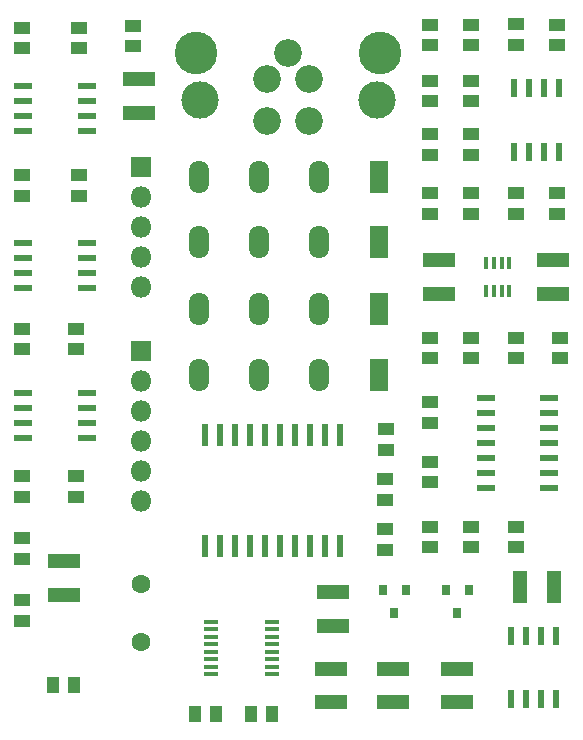
<source format=gts>
G04 #@! TF.GenerationSoftware,KiCad,Pcbnew,5.0.0-rc2+dfsg1-3*
G04 #@! TF.CreationDate,2018-07-01T23:41:37-04:00*
G04 #@! TF.ProjectId,mystatv1,6D797374617476312E6B696361645F70,1*
G04 #@! TF.SameCoordinates,Original*
G04 #@! TF.FileFunction,Soldermask,Top*
G04 #@! TF.FilePolarity,Negative*
%FSLAX46Y46*%
G04 Gerber Fmt 4.6, Leading zero omitted, Abs format (unit mm)*
G04 Created by KiCad (PCBNEW 5.0.0-rc2+dfsg1-3) date Sun Jul  1 23:41:37 2018*
%MOMM*%
%LPD*%
G01*
G04 APERTURE LIST*
%ADD10C,2.351600*%
%ADD11C,3.601600*%
%ADD12C,3.151600*%
%ADD13O,1.701600X2.801600*%
%ADD14R,1.600000X2.700000*%
%ADD15R,1.400000X1.120000*%
%ADD16R,1.220000X2.700000*%
%ADD17R,2.700000X1.220000*%
%ADD18R,1.120000X1.400000*%
%ADD19R,0.800000X0.900000*%
%ADD20O,1.801600X1.801600*%
%ADD21R,1.700000X1.700000*%
%ADD22R,0.600000X1.550000*%
%ADD23R,0.600000X1.950000*%
%ADD24R,1.550000X0.600000*%
%ADD25R,1.200000X0.400000*%
%ADD26R,1.500000X0.600000*%
%ADD27R,0.400000X1.000000*%
%ADD28C,1.601600*%
G04 APERTURE END LIST*
D10*
G04 #@! TO.C,P2*
X77750000Y-55000000D03*
D11*
X85520000Y-55000000D03*
X69980000Y-55000000D03*
D12*
X70250000Y-59000000D03*
X85250000Y-59000000D03*
D10*
X79520000Y-57230000D03*
X75980000Y-57230000D03*
X75980000Y-60770000D03*
X79520000Y-60770000D03*
G04 #@! TD*
D13*
G04 #@! TO.C,K3*
X70170000Y-82296000D03*
X75250000Y-82296000D03*
X80330000Y-82296000D03*
D14*
X85410000Y-82296000D03*
G04 #@! TD*
D15*
G04 #@! TO.C,R17*
X93250000Y-68630000D03*
X93250000Y-66870000D03*
G04 #@! TD*
D16*
G04 #@! TO.C,C1*
X97376000Y-100203000D03*
X100236000Y-100203000D03*
G04 #@! TD*
D17*
G04 #@! TO.C,C2*
X90500000Y-75430000D03*
X90500000Y-72570000D03*
G04 #@! TD*
G04 #@! TO.C,C3*
X81534000Y-100678000D03*
X81534000Y-103538000D03*
G04 #@! TD*
G04 #@! TO.C,C4*
X81407000Y-107155000D03*
X81407000Y-110015000D03*
G04 #@! TD*
G04 #@! TO.C,C5*
X86614000Y-107155000D03*
X86614000Y-110015000D03*
G04 #@! TD*
G04 #@! TO.C,C6*
X92075000Y-107155000D03*
X92075000Y-110015000D03*
G04 #@! TD*
G04 #@! TO.C,C7*
X100203000Y-72570000D03*
X100203000Y-75430000D03*
G04 #@! TD*
G04 #@! TO.C,C8*
X58750000Y-100930000D03*
X58750000Y-98070000D03*
G04 #@! TD*
D15*
G04 #@! TO.C,C9*
X59750000Y-92630000D03*
X59750000Y-90870000D03*
G04 #@! TD*
G04 #@! TO.C,C10*
X59750000Y-80130000D03*
X59750000Y-78370000D03*
G04 #@! TD*
G04 #@! TO.C,C11*
X55245000Y-92630000D03*
X55245000Y-90870000D03*
G04 #@! TD*
G04 #@! TO.C,C12*
X60000000Y-54630000D03*
X60000000Y-52870000D03*
G04 #@! TD*
G04 #@! TO.C,C13*
X60000000Y-67130000D03*
X60000000Y-65370000D03*
G04 #@! TD*
G04 #@! TO.C,C14*
X55250000Y-97880000D03*
X55250000Y-96120000D03*
G04 #@! TD*
G04 #@! TO.C,C15*
X64643000Y-54474000D03*
X64643000Y-52714000D03*
G04 #@! TD*
G04 #@! TO.C,C16*
X55250000Y-80130000D03*
X55250000Y-78370000D03*
G04 #@! TD*
D18*
G04 #@! TO.C,C17*
X57870000Y-108500000D03*
X59630000Y-108500000D03*
G04 #@! TD*
D15*
G04 #@! TO.C,C18*
X55250000Y-101370000D03*
X55250000Y-103130000D03*
G04 #@! TD*
D17*
G04 #@! TO.C,C19*
X65151000Y-60071000D03*
X65151000Y-57211000D03*
G04 #@! TD*
D18*
G04 #@! TO.C,C20*
X69870000Y-111000000D03*
X71630000Y-111000000D03*
G04 #@! TD*
G04 #@! TO.C,C21*
X76380000Y-111000000D03*
X74620000Y-111000000D03*
G04 #@! TD*
D15*
G04 #@! TO.C,C22*
X89750000Y-68630000D03*
X89750000Y-66870000D03*
G04 #@! TD*
G04 #@! TO.C,C23*
X89750000Y-96880000D03*
X89750000Y-95120000D03*
G04 #@! TD*
G04 #@! TO.C,C24*
X93250000Y-80880000D03*
X93250000Y-79120000D03*
G04 #@! TD*
G04 #@! TO.C,C25*
X97000000Y-79120000D03*
X97000000Y-80880000D03*
G04 #@! TD*
G04 #@! TO.C,C26*
X97000000Y-96880000D03*
X97000000Y-95120000D03*
G04 #@! TD*
G04 #@! TO.C,C27*
X89750000Y-91380000D03*
X89750000Y-89620000D03*
G04 #@! TD*
G04 #@! TO.C,C28*
X93250000Y-59130000D03*
X93250000Y-57370000D03*
G04 #@! TD*
G04 #@! TO.C,C29*
X100500000Y-68630000D03*
X100500000Y-66870000D03*
G04 #@! TD*
D19*
G04 #@! TO.C,D1*
X86741000Y-102473000D03*
X85791000Y-100473000D03*
X87691000Y-100473000D03*
G04 #@! TD*
G04 #@! TO.C,D2*
X92075000Y-102473000D03*
X91125000Y-100473000D03*
X93025000Y-100473000D03*
G04 #@! TD*
D13*
G04 #@! TO.C,K1*
X70170000Y-65500000D03*
X75250000Y-65500000D03*
X80330000Y-65500000D03*
D14*
X85410000Y-65500000D03*
G04 #@! TD*
D13*
G04 #@! TO.C,K2*
X70170000Y-70993000D03*
X75250000Y-70993000D03*
X80330000Y-70993000D03*
D14*
X85410000Y-70993000D03*
G04 #@! TD*
D13*
G04 #@! TO.C,K4*
X70170000Y-76708000D03*
X75250000Y-76708000D03*
X80330000Y-76708000D03*
D14*
X85410000Y-76708000D03*
G04 #@! TD*
D20*
G04 #@! TO.C,P1*
X65278000Y-74803000D03*
X65278000Y-72263000D03*
X65278000Y-69723000D03*
X65278000Y-67183000D03*
D21*
X65278000Y-64643000D03*
G04 #@! TD*
D20*
G04 #@! TO.C,P3*
X65278000Y-92964000D03*
X65278000Y-90424000D03*
X65278000Y-87884000D03*
X65278000Y-85344000D03*
X65278000Y-82804000D03*
D21*
X65278000Y-80264000D03*
G04 #@! TD*
D15*
G04 #@! TO.C,R1*
X55245000Y-67130000D03*
X55245000Y-65370000D03*
G04 #@! TD*
G04 #@! TO.C,R2*
X55250000Y-54630000D03*
X55250000Y-52870000D03*
G04 #@! TD*
G04 #@! TO.C,R3*
X89750000Y-59130000D03*
X89750000Y-57370000D03*
G04 #@! TD*
G04 #@! TO.C,R4*
X100750000Y-80880000D03*
X100750000Y-79120000D03*
G04 #@! TD*
G04 #@! TO.C,R5*
X89750000Y-80880000D03*
X89750000Y-79120000D03*
G04 #@! TD*
G04 #@! TO.C,R6*
X89750000Y-86351000D03*
X89750000Y-84591000D03*
G04 #@! TD*
G04 #@! TO.C,R7*
X89750000Y-63630000D03*
X89750000Y-61870000D03*
G04 #@! TD*
G04 #@! TO.C,R8*
X93250000Y-96880000D03*
X93250000Y-95120000D03*
G04 #@! TD*
G04 #@! TO.C,R9*
X89750000Y-54380000D03*
X89750000Y-52620000D03*
G04 #@! TD*
G04 #@! TO.C,R10*
X86000000Y-88630000D03*
X86000000Y-86870000D03*
G04 #@! TD*
G04 #@! TO.C,R11*
X85979000Y-92880000D03*
X85979000Y-91120000D03*
G04 #@! TD*
G04 #@! TO.C,R12*
X85979000Y-97130000D03*
X85979000Y-95370000D03*
G04 #@! TD*
G04 #@! TO.C,R13*
X97000000Y-54347000D03*
X97000000Y-52587000D03*
G04 #@! TD*
G04 #@! TO.C,R14*
X93218000Y-52620000D03*
X93218000Y-54380000D03*
G04 #@! TD*
G04 #@! TO.C,R15*
X93250000Y-63630000D03*
X93250000Y-61870000D03*
G04 #@! TD*
G04 #@! TO.C,R16*
X100500000Y-52620000D03*
X100500000Y-54380000D03*
G04 #@! TD*
G04 #@! TO.C,R18*
X97000000Y-68630000D03*
X97000000Y-66870000D03*
G04 #@! TD*
D22*
G04 #@! TO.C,U1*
X96647000Y-104361000D03*
X97917000Y-104361000D03*
X99187000Y-104361000D03*
X100457000Y-104361000D03*
X100457000Y-109761000D03*
X99187000Y-109761000D03*
X97917000Y-109761000D03*
X96647000Y-109761000D03*
G04 #@! TD*
D23*
G04 #@! TO.C,U2*
X82169000Y-96775000D03*
X80899000Y-96775000D03*
X79629000Y-96775000D03*
X78359000Y-96775000D03*
X77089000Y-96775000D03*
X75819000Y-96775000D03*
X74549000Y-96775000D03*
X73279000Y-96775000D03*
X72009000Y-96775000D03*
X70739000Y-96775000D03*
X70739000Y-87375000D03*
X72009000Y-87375000D03*
X73279000Y-87375000D03*
X74549000Y-87375000D03*
X75819000Y-87375000D03*
X77089000Y-87375000D03*
X78359000Y-87375000D03*
X79629000Y-87375000D03*
X80899000Y-87375000D03*
X82169000Y-87375000D03*
G04 #@! TD*
D24*
G04 #@! TO.C,U3*
X60700000Y-83845000D03*
X60700000Y-85115000D03*
X60700000Y-86385000D03*
X60700000Y-87655000D03*
X55300000Y-87655000D03*
X55300000Y-86385000D03*
X55300000Y-85115000D03*
X55300000Y-83845000D03*
G04 #@! TD*
G04 #@! TO.C,U4*
X60700000Y-71095000D03*
X60700000Y-72365000D03*
X60700000Y-73635000D03*
X60700000Y-74905000D03*
X55300000Y-74905000D03*
X55300000Y-73635000D03*
X55300000Y-72365000D03*
X55300000Y-71095000D03*
G04 #@! TD*
G04 #@! TO.C,U5*
X60700000Y-57845000D03*
X60700000Y-59115000D03*
X60700000Y-60385000D03*
X60700000Y-61655000D03*
X55300000Y-61655000D03*
X55300000Y-60385000D03*
X55300000Y-59115000D03*
X55300000Y-57845000D03*
G04 #@! TD*
D25*
G04 #@! TO.C,U6*
X76387000Y-103187500D03*
X76387000Y-103822500D03*
X76387000Y-104457500D03*
X76387000Y-105092500D03*
X76387000Y-105727500D03*
X76387000Y-106362500D03*
X76387000Y-106997500D03*
X76387000Y-107632500D03*
X71187000Y-107632500D03*
X71187000Y-106997500D03*
X71187000Y-106362500D03*
X71187000Y-105727500D03*
X71187000Y-105092500D03*
X71187000Y-104457500D03*
X71187000Y-103822500D03*
X71187000Y-103187500D03*
G04 #@! TD*
D26*
G04 #@! TO.C,U7*
X99855000Y-84201000D03*
X99855000Y-85471000D03*
X99855000Y-86741000D03*
X99855000Y-88011000D03*
X99855000Y-89281000D03*
X99855000Y-90551000D03*
X99855000Y-91821000D03*
X94455000Y-91821000D03*
X94455000Y-90551000D03*
X94455000Y-89281000D03*
X94455000Y-88011000D03*
X94455000Y-86741000D03*
X94455000Y-85471000D03*
X94455000Y-84201000D03*
G04 #@! TD*
D27*
G04 #@! TO.C,U8*
X96475000Y-75200000D03*
X95825000Y-75200000D03*
X94525000Y-75200000D03*
X95175000Y-75200000D03*
X94525000Y-72800000D03*
X95825000Y-72800000D03*
X95175000Y-72800000D03*
X96475000Y-72800000D03*
G04 #@! TD*
D22*
G04 #@! TO.C,U9*
X100711000Y-63406000D03*
X99441000Y-63406000D03*
X98171000Y-63406000D03*
X96901000Y-63406000D03*
X96901000Y-58006000D03*
X98171000Y-58006000D03*
X99441000Y-58006000D03*
X100711000Y-58006000D03*
G04 #@! TD*
D28*
G04 #@! TO.C,X1*
X65278000Y-100022000D03*
X65278000Y-104902000D03*
G04 #@! TD*
M02*

</source>
